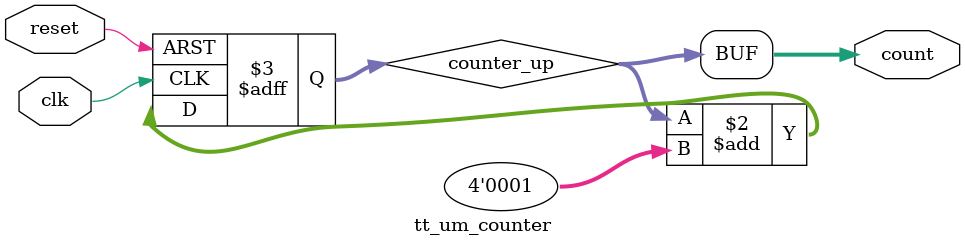
<source format=v>
/*
 * Copyright (c) 2024 Your Name
 * SPDX-License-Identifier: Apache-2.0
 */

`default_nettype none

module tt_um_counter(input clk, reset, output[3:0] count);
reg [3:0] counter_up;

// up counter
always @(posedge clk or posedge reset)
begin
if(reset)
 counter_up <= 4'd0;
else
 counter_up <= counter_up + 4'd1;
end 

assign count = counter_up;
endmodule

</source>
